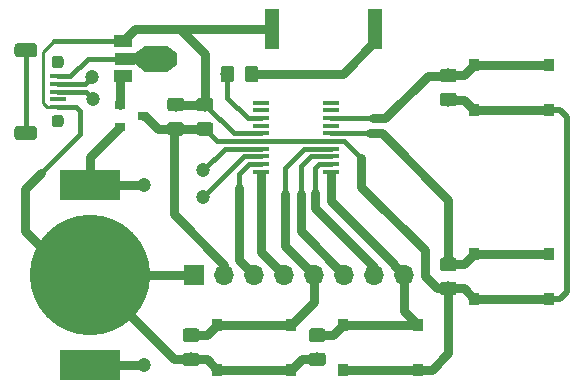
<source format=gbr>
G04 #@! TF.GenerationSoftware,KiCad,Pcbnew,5.0.1*
G04 #@! TF.CreationDate,2019-01-30T23:47:21+01:00*
G04 #@! TF.ProjectId,kroneum,6B726F6E65756D2E6B696361645F7063,rev?*
G04 #@! TF.SameCoordinates,PXa3649d0PY7ed1d20*
G04 #@! TF.FileFunction,Copper,L1,Top,Signal*
G04 #@! TF.FilePolarity,Positive*
%FSLAX46Y46*%
G04 Gerber Fmt 4.6, Leading zero omitted, Abs format (unit mm)*
G04 Created by KiCad (PCBNEW 5.0.1) date Wed 30 Jan 2019 11:47:21 PM CET*
%MOMM*%
%LPD*%
G01*
G04 APERTURE LIST*
G04 #@! TA.AperFunction,Conductor*
%ADD10C,0.100000*%
G04 #@! TD*
G04 #@! TA.AperFunction,ComponentPad*
%ADD11C,1.000000*%
G04 #@! TD*
G04 #@! TA.AperFunction,SMDPad,CuDef*
%ADD12R,1.350000X0.400000*%
G04 #@! TD*
G04 #@! TA.AperFunction,ComponentPad*
%ADD13C,1.200000*%
G04 #@! TD*
G04 #@! TA.AperFunction,SMDPad,CuDef*
%ADD14C,0.850000*%
G04 #@! TD*
G04 #@! TA.AperFunction,SMDPad,CuDef*
%ADD15R,1.500000X1.000000*%
G04 #@! TD*
G04 #@! TA.AperFunction,SMDPad,CuDef*
%ADD16R,1.800000X1.000000*%
G04 #@! TD*
G04 #@! TA.AperFunction,SMDPad,CuDef*
%ADD17R,1.840000X2.200000*%
G04 #@! TD*
G04 #@! TA.AperFunction,SMDPad,CuDef*
%ADD18C,1.000000*%
G04 #@! TD*
G04 #@! TA.AperFunction,SMDPad,CuDef*
%ADD19R,0.850000X1.000000*%
G04 #@! TD*
G04 #@! TA.AperFunction,SMDPad,CuDef*
%ADD20C,1.150000*%
G04 #@! TD*
G04 #@! TA.AperFunction,SMDPad,CuDef*
%ADD21R,0.900000X0.800000*%
G04 #@! TD*
G04 #@! TA.AperFunction,SMDPad,CuDef*
%ADD22R,1.300000X3.400000*%
G04 #@! TD*
G04 #@! TA.AperFunction,SMDPad,CuDef*
%ADD23R,5.100000X2.500000*%
G04 #@! TD*
G04 #@! TA.AperFunction,BGAPad,CuDef*
%ADD24C,10.200000*%
G04 #@! TD*
G04 #@! TA.AperFunction,ComponentPad*
%ADD25R,1.700000X1.700000*%
G04 #@! TD*
G04 #@! TA.AperFunction,ComponentPad*
%ADD26O,1.700000X1.700000*%
G04 #@! TD*
G04 #@! TA.AperFunction,SMDPad,CuDef*
%ADD27R,1.450000X0.400000*%
G04 #@! TD*
G04 #@! TA.AperFunction,ViaPad*
%ADD28C,1.200000*%
G04 #@! TD*
G04 #@! TA.AperFunction,Conductor*
%ADD29C,0.406400*%
G04 #@! TD*
G04 #@! TA.AperFunction,Conductor*
%ADD30C,0.250000*%
G04 #@! TD*
G04 #@! TA.AperFunction,Conductor*
%ADD31C,0.762000*%
G04 #@! TD*
G04 #@! TA.AperFunction,Conductor*
%ADD32C,0.400000*%
G04 #@! TD*
G04 #@! TA.AperFunction,Conductor*
%ADD33C,0.508000*%
G04 #@! TD*
G04 APERTURE END LIST*
D10*
G04 #@! TO.N,*
G04 #@! TO.C,J1*
G36*
X-45142996Y30628796D02*
X-45118727Y30625196D01*
X-45094929Y30619235D01*
X-45071829Y30610970D01*
X-45049651Y30600480D01*
X-45028607Y30587867D01*
X-45008902Y30573253D01*
X-44990723Y30556777D01*
X-44974247Y30538598D01*
X-44959633Y30518893D01*
X-44947020Y30497849D01*
X-44936530Y30475671D01*
X-44928265Y30452571D01*
X-44922304Y30428773D01*
X-44918704Y30404504D01*
X-44917500Y30380000D01*
X-44917500Y29880000D01*
X-44918704Y29855496D01*
X-44922304Y29831227D01*
X-44928265Y29807429D01*
X-44936530Y29784329D01*
X-44947020Y29762151D01*
X-44959633Y29741107D01*
X-44974247Y29721402D01*
X-44990723Y29703223D01*
X-45008902Y29686747D01*
X-45028607Y29672133D01*
X-45049651Y29659520D01*
X-45071829Y29649030D01*
X-45094929Y29640765D01*
X-45118727Y29634804D01*
X-45142996Y29631204D01*
X-45167500Y29630000D01*
X-45667500Y29630000D01*
X-45692004Y29631204D01*
X-45716273Y29634804D01*
X-45740071Y29640765D01*
X-45763171Y29649030D01*
X-45785349Y29659520D01*
X-45806393Y29672133D01*
X-45826098Y29686747D01*
X-45844277Y29703223D01*
X-45860753Y29721402D01*
X-45875367Y29741107D01*
X-45887980Y29762151D01*
X-45898470Y29784329D01*
X-45906735Y29807429D01*
X-45912696Y29831227D01*
X-45916296Y29855496D01*
X-45917500Y29880000D01*
X-45917500Y30380000D01*
X-45916296Y30404504D01*
X-45912696Y30428773D01*
X-45906735Y30452571D01*
X-45898470Y30475671D01*
X-45887980Y30497849D01*
X-45875367Y30518893D01*
X-45860753Y30538598D01*
X-45844277Y30556777D01*
X-45826098Y30573253D01*
X-45806393Y30587867D01*
X-45785349Y30600480D01*
X-45763171Y30610970D01*
X-45740071Y30619235D01*
X-45716273Y30625196D01*
X-45692004Y30628796D01*
X-45667500Y30630000D01*
X-45167500Y30630000D01*
X-45142996Y30628796D01*
X-45142996Y30628796D01*
G37*
D11*
G04 #@! TD*
G04 #@! TO.P,J1,*
G04 #@! TO.N,*
X-45417500Y30130000D03*
D12*
G04 #@! TO.P,J1,2*
G04 #@! TO.N,USB_D-*
X-45417500Y28280000D03*
G04 #@! TO.P,J1,1*
G04 #@! TO.N,USB_VBUS*
X-45417500Y28930000D03*
G04 #@! TO.P,J1,5*
G04 #@! TO.N,GND*
X-45417500Y26330000D03*
G04 #@! TO.P,J1,4*
G04 #@! TO.N,Net-(J1-Pad4)*
X-45417500Y26980000D03*
G04 #@! TO.P,J1,3*
G04 #@! TO.N,USB_D+*
X-45417500Y27630000D03*
D10*
G04 #@! TD*
G04 #@! TO.N,*
G04 #@! TO.C,J1*
G36*
X-45142996Y25628796D02*
X-45118727Y25625196D01*
X-45094929Y25619235D01*
X-45071829Y25610970D01*
X-45049651Y25600480D01*
X-45028607Y25587867D01*
X-45008902Y25573253D01*
X-44990723Y25556777D01*
X-44974247Y25538598D01*
X-44959633Y25518893D01*
X-44947020Y25497849D01*
X-44936530Y25475671D01*
X-44928265Y25452571D01*
X-44922304Y25428773D01*
X-44918704Y25404504D01*
X-44917500Y25380000D01*
X-44917500Y24880000D01*
X-44918704Y24855496D01*
X-44922304Y24831227D01*
X-44928265Y24807429D01*
X-44936530Y24784329D01*
X-44947020Y24762151D01*
X-44959633Y24741107D01*
X-44974247Y24721402D01*
X-44990723Y24703223D01*
X-45008902Y24686747D01*
X-45028607Y24672133D01*
X-45049651Y24659520D01*
X-45071829Y24649030D01*
X-45094929Y24640765D01*
X-45118727Y24634804D01*
X-45142996Y24631204D01*
X-45167500Y24630000D01*
X-45667500Y24630000D01*
X-45692004Y24631204D01*
X-45716273Y24634804D01*
X-45740071Y24640765D01*
X-45763171Y24649030D01*
X-45785349Y24659520D01*
X-45806393Y24672133D01*
X-45826098Y24686747D01*
X-45844277Y24703223D01*
X-45860753Y24721402D01*
X-45875367Y24741107D01*
X-45887980Y24762151D01*
X-45898470Y24784329D01*
X-45906735Y24807429D01*
X-45912696Y24831227D01*
X-45916296Y24855496D01*
X-45917500Y24880000D01*
X-45917500Y25380000D01*
X-45916296Y25404504D01*
X-45912696Y25428773D01*
X-45906735Y25452571D01*
X-45898470Y25475671D01*
X-45887980Y25497849D01*
X-45875367Y25518893D01*
X-45860753Y25538598D01*
X-45844277Y25556777D01*
X-45826098Y25573253D01*
X-45806393Y25587867D01*
X-45785349Y25600480D01*
X-45763171Y25610970D01*
X-45740071Y25619235D01*
X-45716273Y25625196D01*
X-45692004Y25628796D01*
X-45667500Y25630000D01*
X-45167500Y25630000D01*
X-45142996Y25628796D01*
X-45142996Y25628796D01*
G37*
D11*
G04 #@! TO.P,J1,*
G04 #@! TO.N,*
X-45417500Y25130000D03*
D10*
G04 #@! TD*
G04 #@! TO.N,Net-(J1-Pad6)*
G04 #@! TO.C,J1*
G36*
X-47438095Y31728555D02*
X-47408973Y31724236D01*
X-47380415Y31717082D01*
X-47352695Y31707164D01*
X-47326081Y31694576D01*
X-47300829Y31679441D01*
X-47277182Y31661903D01*
X-47255368Y31642132D01*
X-47235597Y31620318D01*
X-47218059Y31596671D01*
X-47202924Y31571419D01*
X-47190336Y31544805D01*
X-47180418Y31517085D01*
X-47173264Y31488527D01*
X-47168945Y31459405D01*
X-47167500Y31430000D01*
X-47167500Y30830000D01*
X-47168945Y30800595D01*
X-47173264Y30771473D01*
X-47180418Y30742915D01*
X-47190336Y30715195D01*
X-47202924Y30688581D01*
X-47218059Y30663329D01*
X-47235597Y30639682D01*
X-47255368Y30617868D01*
X-47277182Y30598097D01*
X-47300829Y30580559D01*
X-47326081Y30565424D01*
X-47352695Y30552836D01*
X-47380415Y30542918D01*
X-47408973Y30535764D01*
X-47438095Y30531445D01*
X-47467500Y30530000D01*
X-48767500Y30530000D01*
X-48796905Y30531445D01*
X-48826027Y30535764D01*
X-48854585Y30542918D01*
X-48882305Y30552836D01*
X-48908919Y30565424D01*
X-48934171Y30580559D01*
X-48957818Y30598097D01*
X-48979632Y30617868D01*
X-48999403Y30639682D01*
X-49016941Y30663329D01*
X-49032076Y30688581D01*
X-49044664Y30715195D01*
X-49054582Y30742915D01*
X-49061736Y30771473D01*
X-49066055Y30800595D01*
X-49067500Y30830000D01*
X-49067500Y31430000D01*
X-49066055Y31459405D01*
X-49061736Y31488527D01*
X-49054582Y31517085D01*
X-49044664Y31544805D01*
X-49032076Y31571419D01*
X-49016941Y31596671D01*
X-48999403Y31620318D01*
X-48979632Y31642132D01*
X-48957818Y31661903D01*
X-48934171Y31679441D01*
X-48908919Y31694576D01*
X-48882305Y31707164D01*
X-48854585Y31717082D01*
X-48826027Y31724236D01*
X-48796905Y31728555D01*
X-48767500Y31730000D01*
X-47467500Y31730000D01*
X-47438095Y31728555D01*
X-47438095Y31728555D01*
G37*
D13*
G04 #@! TO.P,J1,6*
G04 #@! TO.N,Net-(J1-Pad6)*
X-48117500Y31130000D03*
D10*
G04 #@! TD*
G04 #@! TO.N,Net-(J1-Pad6)*
G04 #@! TO.C,J1*
G36*
X-47438095Y24728555D02*
X-47408973Y24724236D01*
X-47380415Y24717082D01*
X-47352695Y24707164D01*
X-47326081Y24694576D01*
X-47300829Y24679441D01*
X-47277182Y24661903D01*
X-47255368Y24642132D01*
X-47235597Y24620318D01*
X-47218059Y24596671D01*
X-47202924Y24571419D01*
X-47190336Y24544805D01*
X-47180418Y24517085D01*
X-47173264Y24488527D01*
X-47168945Y24459405D01*
X-47167500Y24430000D01*
X-47167500Y23830000D01*
X-47168945Y23800595D01*
X-47173264Y23771473D01*
X-47180418Y23742915D01*
X-47190336Y23715195D01*
X-47202924Y23688581D01*
X-47218059Y23663329D01*
X-47235597Y23639682D01*
X-47255368Y23617868D01*
X-47277182Y23598097D01*
X-47300829Y23580559D01*
X-47326081Y23565424D01*
X-47352695Y23552836D01*
X-47380415Y23542918D01*
X-47408973Y23535764D01*
X-47438095Y23531445D01*
X-47467500Y23530000D01*
X-48767500Y23530000D01*
X-48796905Y23531445D01*
X-48826027Y23535764D01*
X-48854585Y23542918D01*
X-48882305Y23552836D01*
X-48908919Y23565424D01*
X-48934171Y23580559D01*
X-48957818Y23598097D01*
X-48979632Y23617868D01*
X-48999403Y23639682D01*
X-49016941Y23663329D01*
X-49032076Y23688581D01*
X-49044664Y23715195D01*
X-49054582Y23742915D01*
X-49061736Y23771473D01*
X-49066055Y23800595D01*
X-49067500Y23830000D01*
X-49067500Y24430000D01*
X-49066055Y24459405D01*
X-49061736Y24488527D01*
X-49054582Y24517085D01*
X-49044664Y24544805D01*
X-49032076Y24571419D01*
X-49016941Y24596671D01*
X-48999403Y24620318D01*
X-48979632Y24642132D01*
X-48957818Y24661903D01*
X-48934171Y24679441D01*
X-48908919Y24694576D01*
X-48882305Y24707164D01*
X-48854585Y24717082D01*
X-48826027Y24724236D01*
X-48796905Y24728555D01*
X-48767500Y24730000D01*
X-47467500Y24730000D01*
X-47438095Y24728555D01*
X-47438095Y24728555D01*
G37*
D13*
G04 #@! TO.P,J1,6*
G04 #@! TO.N,Net-(J1-Pad6)*
X-48117500Y24130000D03*
G04 #@! TD*
D14*
G04 #@! TO.P,L1,2*
G04 #@! TO.N,USB_VBUS*
X-35743000Y30410000D03*
D10*
G04 #@! TD*
G04 #@! TO.N,USB_VBUS*
G04 #@! TO.C,L1*
G36*
X-36168000Y31510000D02*
X-35318000Y30910000D01*
X-35318000Y29910000D01*
X-36168000Y29310000D01*
X-36168000Y31510000D01*
X-36168000Y31510000D01*
G37*
D15*
G04 #@! TO.P,L1,1*
G04 #@! TO.N,GND*
X-39890000Y31910000D03*
D16*
G04 #@! TO.P,L1,2*
G04 #@! TO.N,USB_VBUS*
X-39743500Y30410000D03*
D15*
G04 #@! TO.P,L1,3*
G04 #@! TO.N,Net-(D1-Pad1)*
X-39890000Y28910000D03*
D17*
G04 #@! TO.P,L1,2*
G04 #@! TO.N,USB_VBUS*
X-37076500Y30410000D03*
D18*
X-38486200Y30410000D03*
D10*
G04 #@! TD*
G04 #@! TO.N,USB_VBUS*
G04 #@! TO.C,L1*
G36*
X-37986200Y29310000D02*
X-38986200Y30010000D01*
X-38986200Y30810000D01*
X-37986200Y31510000D01*
X-37986200Y29310000D01*
X-37986200Y29310000D01*
G37*
D19*
G04 #@! TO.P,SW2,1*
G04 #@! TO.N,Ctrl_One*
X-10130000Y13880000D03*
X-3830000Y13880000D03*
G04 #@! TO.P,SW2,2*
G04 #@! TO.N,VDD*
X-10130000Y10080000D03*
X-3830000Y10080000D03*
G04 #@! TD*
D10*
G04 #@! TO.N,GND*
G04 #@! TO.C,C1*
G36*
X-32485495Y27098796D02*
X-32461227Y27095196D01*
X-32437428Y27089235D01*
X-32414329Y27080970D01*
X-32392150Y27070480D01*
X-32371107Y27057868D01*
X-32351401Y27043253D01*
X-32333223Y27026777D01*
X-32316747Y27008599D01*
X-32302132Y26988893D01*
X-32289520Y26967850D01*
X-32279030Y26945671D01*
X-32270765Y26922572D01*
X-32264804Y26898773D01*
X-32261204Y26874505D01*
X-32260000Y26850001D01*
X-32260000Y26199999D01*
X-32261204Y26175495D01*
X-32264804Y26151227D01*
X-32270765Y26127428D01*
X-32279030Y26104329D01*
X-32289520Y26082150D01*
X-32302132Y26061107D01*
X-32316747Y26041401D01*
X-32333223Y26023223D01*
X-32351401Y26006747D01*
X-32371107Y25992132D01*
X-32392150Y25979520D01*
X-32414329Y25969030D01*
X-32437428Y25960765D01*
X-32461227Y25954804D01*
X-32485495Y25951204D01*
X-32509999Y25950000D01*
X-33410001Y25950000D01*
X-33434505Y25951204D01*
X-33458773Y25954804D01*
X-33482572Y25960765D01*
X-33505671Y25969030D01*
X-33527850Y25979520D01*
X-33548893Y25992132D01*
X-33568599Y26006747D01*
X-33586777Y26023223D01*
X-33603253Y26041401D01*
X-33617868Y26061107D01*
X-33630480Y26082150D01*
X-33640970Y26104329D01*
X-33649235Y26127428D01*
X-33655196Y26151227D01*
X-33658796Y26175495D01*
X-33660000Y26199999D01*
X-33660000Y26850001D01*
X-33658796Y26874505D01*
X-33655196Y26898773D01*
X-33649235Y26922572D01*
X-33640970Y26945671D01*
X-33630480Y26967850D01*
X-33617868Y26988893D01*
X-33603253Y27008599D01*
X-33586777Y27026777D01*
X-33568599Y27043253D01*
X-33548893Y27057868D01*
X-33527850Y27070480D01*
X-33505671Y27080970D01*
X-33482572Y27089235D01*
X-33458773Y27095196D01*
X-33434505Y27098796D01*
X-33410001Y27100000D01*
X-32509999Y27100000D01*
X-32485495Y27098796D01*
X-32485495Y27098796D01*
G37*
D20*
G04 #@! TD*
G04 #@! TO.P,C1,2*
G04 #@! TO.N,GND*
X-32960000Y26525000D03*
D10*
G04 #@! TO.N,VDD*
G04 #@! TO.C,C1*
G36*
X-32485495Y25048796D02*
X-32461227Y25045196D01*
X-32437428Y25039235D01*
X-32414329Y25030970D01*
X-32392150Y25020480D01*
X-32371107Y25007868D01*
X-32351401Y24993253D01*
X-32333223Y24976777D01*
X-32316747Y24958599D01*
X-32302132Y24938893D01*
X-32289520Y24917850D01*
X-32279030Y24895671D01*
X-32270765Y24872572D01*
X-32264804Y24848773D01*
X-32261204Y24824505D01*
X-32260000Y24800001D01*
X-32260000Y24149999D01*
X-32261204Y24125495D01*
X-32264804Y24101227D01*
X-32270765Y24077428D01*
X-32279030Y24054329D01*
X-32289520Y24032150D01*
X-32302132Y24011107D01*
X-32316747Y23991401D01*
X-32333223Y23973223D01*
X-32351401Y23956747D01*
X-32371107Y23942132D01*
X-32392150Y23929520D01*
X-32414329Y23919030D01*
X-32437428Y23910765D01*
X-32461227Y23904804D01*
X-32485495Y23901204D01*
X-32509999Y23900000D01*
X-33410001Y23900000D01*
X-33434505Y23901204D01*
X-33458773Y23904804D01*
X-33482572Y23910765D01*
X-33505671Y23919030D01*
X-33527850Y23929520D01*
X-33548893Y23942132D01*
X-33568599Y23956747D01*
X-33586777Y23973223D01*
X-33603253Y23991401D01*
X-33617868Y24011107D01*
X-33630480Y24032150D01*
X-33640970Y24054329D01*
X-33649235Y24077428D01*
X-33655196Y24101227D01*
X-33658796Y24125495D01*
X-33660000Y24149999D01*
X-33660000Y24800001D01*
X-33658796Y24824505D01*
X-33655196Y24848773D01*
X-33649235Y24872572D01*
X-33640970Y24895671D01*
X-33630480Y24917850D01*
X-33617868Y24938893D01*
X-33603253Y24958599D01*
X-33586777Y24976777D01*
X-33568599Y24993253D01*
X-33548893Y25007868D01*
X-33527850Y25020480D01*
X-33505671Y25030970D01*
X-33482572Y25039235D01*
X-33458773Y25045196D01*
X-33434505Y25048796D01*
X-33410001Y25050000D01*
X-32509999Y25050000D01*
X-32485495Y25048796D01*
X-32485495Y25048796D01*
G37*
D20*
G04 #@! TD*
G04 #@! TO.P,C1,1*
G04 #@! TO.N,VDD*
X-32960000Y24475000D03*
D10*
G04 #@! TO.N,VDD*
G04 #@! TO.C,C3*
G36*
X-34945495Y25048796D02*
X-34921227Y25045196D01*
X-34897428Y25039235D01*
X-34874329Y25030970D01*
X-34852150Y25020480D01*
X-34831107Y25007868D01*
X-34811401Y24993253D01*
X-34793223Y24976777D01*
X-34776747Y24958599D01*
X-34762132Y24938893D01*
X-34749520Y24917850D01*
X-34739030Y24895671D01*
X-34730765Y24872572D01*
X-34724804Y24848773D01*
X-34721204Y24824505D01*
X-34720000Y24800001D01*
X-34720000Y24149999D01*
X-34721204Y24125495D01*
X-34724804Y24101227D01*
X-34730765Y24077428D01*
X-34739030Y24054329D01*
X-34749520Y24032150D01*
X-34762132Y24011107D01*
X-34776747Y23991401D01*
X-34793223Y23973223D01*
X-34811401Y23956747D01*
X-34831107Y23942132D01*
X-34852150Y23929520D01*
X-34874329Y23919030D01*
X-34897428Y23910765D01*
X-34921227Y23904804D01*
X-34945495Y23901204D01*
X-34969999Y23900000D01*
X-35870001Y23900000D01*
X-35894505Y23901204D01*
X-35918773Y23904804D01*
X-35942572Y23910765D01*
X-35965671Y23919030D01*
X-35987850Y23929520D01*
X-36008893Y23942132D01*
X-36028599Y23956747D01*
X-36046777Y23973223D01*
X-36063253Y23991401D01*
X-36077868Y24011107D01*
X-36090480Y24032150D01*
X-36100970Y24054329D01*
X-36109235Y24077428D01*
X-36115196Y24101227D01*
X-36118796Y24125495D01*
X-36120000Y24149999D01*
X-36120000Y24800001D01*
X-36118796Y24824505D01*
X-36115196Y24848773D01*
X-36109235Y24872572D01*
X-36100970Y24895671D01*
X-36090480Y24917850D01*
X-36077868Y24938893D01*
X-36063253Y24958599D01*
X-36046777Y24976777D01*
X-36028599Y24993253D01*
X-36008893Y25007868D01*
X-35987850Y25020480D01*
X-35965671Y25030970D01*
X-35942572Y25039235D01*
X-35918773Y25045196D01*
X-35894505Y25048796D01*
X-35870001Y25050000D01*
X-34969999Y25050000D01*
X-34945495Y25048796D01*
X-34945495Y25048796D01*
G37*
D20*
G04 #@! TD*
G04 #@! TO.P,C3,1*
G04 #@! TO.N,VDD*
X-35420000Y24475000D03*
D10*
G04 #@! TO.N,GND*
G04 #@! TO.C,C3*
G36*
X-34945495Y27098796D02*
X-34921227Y27095196D01*
X-34897428Y27089235D01*
X-34874329Y27080970D01*
X-34852150Y27070480D01*
X-34831107Y27057868D01*
X-34811401Y27043253D01*
X-34793223Y27026777D01*
X-34776747Y27008599D01*
X-34762132Y26988893D01*
X-34749520Y26967850D01*
X-34739030Y26945671D01*
X-34730765Y26922572D01*
X-34724804Y26898773D01*
X-34721204Y26874505D01*
X-34720000Y26850001D01*
X-34720000Y26199999D01*
X-34721204Y26175495D01*
X-34724804Y26151227D01*
X-34730765Y26127428D01*
X-34739030Y26104329D01*
X-34749520Y26082150D01*
X-34762132Y26061107D01*
X-34776747Y26041401D01*
X-34793223Y26023223D01*
X-34811401Y26006747D01*
X-34831107Y25992132D01*
X-34852150Y25979520D01*
X-34874329Y25969030D01*
X-34897428Y25960765D01*
X-34921227Y25954804D01*
X-34945495Y25951204D01*
X-34969999Y25950000D01*
X-35870001Y25950000D01*
X-35894505Y25951204D01*
X-35918773Y25954804D01*
X-35942572Y25960765D01*
X-35965671Y25969030D01*
X-35987850Y25979520D01*
X-36008893Y25992132D01*
X-36028599Y26006747D01*
X-36046777Y26023223D01*
X-36063253Y26041401D01*
X-36077868Y26061107D01*
X-36090480Y26082150D01*
X-36100970Y26104329D01*
X-36109235Y26127428D01*
X-36115196Y26151227D01*
X-36118796Y26175495D01*
X-36120000Y26199999D01*
X-36120000Y26850001D01*
X-36118796Y26874505D01*
X-36115196Y26898773D01*
X-36109235Y26922572D01*
X-36100970Y26945671D01*
X-36090480Y26967850D01*
X-36077868Y26988893D01*
X-36063253Y27008599D01*
X-36046777Y27026777D01*
X-36028599Y27043253D01*
X-36008893Y27057868D01*
X-35987850Y27070480D01*
X-35965671Y27080970D01*
X-35942572Y27089235D01*
X-35918773Y27095196D01*
X-35894505Y27098796D01*
X-35870001Y27100000D01*
X-34969999Y27100000D01*
X-34945495Y27098796D01*
X-34945495Y27098796D01*
G37*
D20*
G04 #@! TD*
G04 #@! TO.P,C3,2*
G04 #@! TO.N,GND*
X-35420000Y26525000D03*
D10*
G04 #@! TO.N,NRST*
G04 #@! TO.C,C7*
G36*
X-33655495Y7578796D02*
X-33631227Y7575196D01*
X-33607428Y7569235D01*
X-33584329Y7560970D01*
X-33562150Y7550480D01*
X-33541107Y7537868D01*
X-33521401Y7523253D01*
X-33503223Y7506777D01*
X-33486747Y7488599D01*
X-33472132Y7468893D01*
X-33459520Y7447850D01*
X-33449030Y7425671D01*
X-33440765Y7402572D01*
X-33434804Y7378773D01*
X-33431204Y7354505D01*
X-33430000Y7330001D01*
X-33430000Y6679999D01*
X-33431204Y6655495D01*
X-33434804Y6631227D01*
X-33440765Y6607428D01*
X-33449030Y6584329D01*
X-33459520Y6562150D01*
X-33472132Y6541107D01*
X-33486747Y6521401D01*
X-33503223Y6503223D01*
X-33521401Y6486747D01*
X-33541107Y6472132D01*
X-33562150Y6459520D01*
X-33584329Y6449030D01*
X-33607428Y6440765D01*
X-33631227Y6434804D01*
X-33655495Y6431204D01*
X-33679999Y6430000D01*
X-34580001Y6430000D01*
X-34604505Y6431204D01*
X-34628773Y6434804D01*
X-34652572Y6440765D01*
X-34675671Y6449030D01*
X-34697850Y6459520D01*
X-34718893Y6472132D01*
X-34738599Y6486747D01*
X-34756777Y6503223D01*
X-34773253Y6521401D01*
X-34787868Y6541107D01*
X-34800480Y6562150D01*
X-34810970Y6584329D01*
X-34819235Y6607428D01*
X-34825196Y6631227D01*
X-34828796Y6655495D01*
X-34830000Y6679999D01*
X-34830000Y7330001D01*
X-34828796Y7354505D01*
X-34825196Y7378773D01*
X-34819235Y7402572D01*
X-34810970Y7425671D01*
X-34800480Y7447850D01*
X-34787868Y7468893D01*
X-34773253Y7488599D01*
X-34756777Y7506777D01*
X-34738599Y7523253D01*
X-34718893Y7537868D01*
X-34697850Y7550480D01*
X-34675671Y7560970D01*
X-34652572Y7569235D01*
X-34628773Y7575196D01*
X-34604505Y7578796D01*
X-34580001Y7580000D01*
X-33679999Y7580000D01*
X-33655495Y7578796D01*
X-33655495Y7578796D01*
G37*
D20*
G04 #@! TD*
G04 #@! TO.P,C7,1*
G04 #@! TO.N,NRST*
X-34130000Y7005000D03*
D10*
G04 #@! TO.N,GND*
G04 #@! TO.C,C7*
G36*
X-33655495Y5528796D02*
X-33631227Y5525196D01*
X-33607428Y5519235D01*
X-33584329Y5510970D01*
X-33562150Y5500480D01*
X-33541107Y5487868D01*
X-33521401Y5473253D01*
X-33503223Y5456777D01*
X-33486747Y5438599D01*
X-33472132Y5418893D01*
X-33459520Y5397850D01*
X-33449030Y5375671D01*
X-33440765Y5352572D01*
X-33434804Y5328773D01*
X-33431204Y5304505D01*
X-33430000Y5280001D01*
X-33430000Y4629999D01*
X-33431204Y4605495D01*
X-33434804Y4581227D01*
X-33440765Y4557428D01*
X-33449030Y4534329D01*
X-33459520Y4512150D01*
X-33472132Y4491107D01*
X-33486747Y4471401D01*
X-33503223Y4453223D01*
X-33521401Y4436747D01*
X-33541107Y4422132D01*
X-33562150Y4409520D01*
X-33584329Y4399030D01*
X-33607428Y4390765D01*
X-33631227Y4384804D01*
X-33655495Y4381204D01*
X-33679999Y4380000D01*
X-34580001Y4380000D01*
X-34604505Y4381204D01*
X-34628773Y4384804D01*
X-34652572Y4390765D01*
X-34675671Y4399030D01*
X-34697850Y4409520D01*
X-34718893Y4422132D01*
X-34738599Y4436747D01*
X-34756777Y4453223D01*
X-34773253Y4471401D01*
X-34787868Y4491107D01*
X-34800480Y4512150D01*
X-34810970Y4534329D01*
X-34819235Y4557428D01*
X-34825196Y4581227D01*
X-34828796Y4605495D01*
X-34830000Y4629999D01*
X-34830000Y5280001D01*
X-34828796Y5304505D01*
X-34825196Y5328773D01*
X-34819235Y5352572D01*
X-34810970Y5375671D01*
X-34800480Y5397850D01*
X-34787868Y5418893D01*
X-34773253Y5438599D01*
X-34756777Y5456777D01*
X-34738599Y5473253D01*
X-34718893Y5487868D01*
X-34697850Y5500480D01*
X-34675671Y5510970D01*
X-34652572Y5519235D01*
X-34628773Y5525196D01*
X-34604505Y5528796D01*
X-34580001Y5530000D01*
X-33679999Y5530000D01*
X-33655495Y5528796D01*
X-33655495Y5528796D01*
G37*
D20*
G04 #@! TD*
G04 #@! TO.P,C7,2*
G04 #@! TO.N,GND*
X-34130000Y4955000D03*
D10*
G04 #@! TO.N,VDD*
G04 #@! TO.C,C8*
G36*
X-11855495Y11528796D02*
X-11831227Y11525196D01*
X-11807428Y11519235D01*
X-11784329Y11510970D01*
X-11762150Y11500480D01*
X-11741107Y11487868D01*
X-11721401Y11473253D01*
X-11703223Y11456777D01*
X-11686747Y11438599D01*
X-11672132Y11418893D01*
X-11659520Y11397850D01*
X-11649030Y11375671D01*
X-11640765Y11352572D01*
X-11634804Y11328773D01*
X-11631204Y11304505D01*
X-11630000Y11280001D01*
X-11630000Y10629999D01*
X-11631204Y10605495D01*
X-11634804Y10581227D01*
X-11640765Y10557428D01*
X-11649030Y10534329D01*
X-11659520Y10512150D01*
X-11672132Y10491107D01*
X-11686747Y10471401D01*
X-11703223Y10453223D01*
X-11721401Y10436747D01*
X-11741107Y10422132D01*
X-11762150Y10409520D01*
X-11784329Y10399030D01*
X-11807428Y10390765D01*
X-11831227Y10384804D01*
X-11855495Y10381204D01*
X-11879999Y10380000D01*
X-12780001Y10380000D01*
X-12804505Y10381204D01*
X-12828773Y10384804D01*
X-12852572Y10390765D01*
X-12875671Y10399030D01*
X-12897850Y10409520D01*
X-12918893Y10422132D01*
X-12938599Y10436747D01*
X-12956777Y10453223D01*
X-12973253Y10471401D01*
X-12987868Y10491107D01*
X-13000480Y10512150D01*
X-13010970Y10534329D01*
X-13019235Y10557428D01*
X-13025196Y10581227D01*
X-13028796Y10605495D01*
X-13030000Y10629999D01*
X-13030000Y11280001D01*
X-13028796Y11304505D01*
X-13025196Y11328773D01*
X-13019235Y11352572D01*
X-13010970Y11375671D01*
X-13000480Y11397850D01*
X-12987868Y11418893D01*
X-12973253Y11438599D01*
X-12956777Y11456777D01*
X-12938599Y11473253D01*
X-12918893Y11487868D01*
X-12897850Y11500480D01*
X-12875671Y11510970D01*
X-12852572Y11519235D01*
X-12828773Y11525196D01*
X-12804505Y11528796D01*
X-12780001Y11530000D01*
X-11879999Y11530000D01*
X-11855495Y11528796D01*
X-11855495Y11528796D01*
G37*
D20*
G04 #@! TD*
G04 #@! TO.P,C8,1*
G04 #@! TO.N,VDD*
X-12330000Y10955000D03*
D10*
G04 #@! TO.N,Ctrl_One*
G04 #@! TO.C,C8*
G36*
X-11855495Y13578796D02*
X-11831227Y13575196D01*
X-11807428Y13569235D01*
X-11784329Y13560970D01*
X-11762150Y13550480D01*
X-11741107Y13537868D01*
X-11721401Y13523253D01*
X-11703223Y13506777D01*
X-11686747Y13488599D01*
X-11672132Y13468893D01*
X-11659520Y13447850D01*
X-11649030Y13425671D01*
X-11640765Y13402572D01*
X-11634804Y13378773D01*
X-11631204Y13354505D01*
X-11630000Y13330001D01*
X-11630000Y12679999D01*
X-11631204Y12655495D01*
X-11634804Y12631227D01*
X-11640765Y12607428D01*
X-11649030Y12584329D01*
X-11659520Y12562150D01*
X-11672132Y12541107D01*
X-11686747Y12521401D01*
X-11703223Y12503223D01*
X-11721401Y12486747D01*
X-11741107Y12472132D01*
X-11762150Y12459520D01*
X-11784329Y12449030D01*
X-11807428Y12440765D01*
X-11831227Y12434804D01*
X-11855495Y12431204D01*
X-11879999Y12430000D01*
X-12780001Y12430000D01*
X-12804505Y12431204D01*
X-12828773Y12434804D01*
X-12852572Y12440765D01*
X-12875671Y12449030D01*
X-12897850Y12459520D01*
X-12918893Y12472132D01*
X-12938599Y12486747D01*
X-12956777Y12503223D01*
X-12973253Y12521401D01*
X-12987868Y12541107D01*
X-13000480Y12562150D01*
X-13010970Y12584329D01*
X-13019235Y12607428D01*
X-13025196Y12631227D01*
X-13028796Y12655495D01*
X-13030000Y12679999D01*
X-13030000Y13330001D01*
X-13028796Y13354505D01*
X-13025196Y13378773D01*
X-13019235Y13402572D01*
X-13010970Y13425671D01*
X-13000480Y13447850D01*
X-12987868Y13468893D01*
X-12973253Y13488599D01*
X-12956777Y13506777D01*
X-12938599Y13523253D01*
X-12918893Y13537868D01*
X-12897850Y13550480D01*
X-12875671Y13560970D01*
X-12852572Y13569235D01*
X-12828773Y13575196D01*
X-12804505Y13578796D01*
X-12780001Y13580000D01*
X-11879999Y13580000D01*
X-11855495Y13578796D01*
X-11855495Y13578796D01*
G37*
D20*
G04 #@! TD*
G04 #@! TO.P,C8,2*
G04 #@! TO.N,Ctrl_One*
X-12330000Y13005000D03*
D10*
G04 #@! TO.N,Ctrl_Ten*
G04 #@! TO.C,C9*
G36*
X-11855495Y29578796D02*
X-11831227Y29575196D01*
X-11807428Y29569235D01*
X-11784329Y29560970D01*
X-11762150Y29550480D01*
X-11741107Y29537868D01*
X-11721401Y29523253D01*
X-11703223Y29506777D01*
X-11686747Y29488599D01*
X-11672132Y29468893D01*
X-11659520Y29447850D01*
X-11649030Y29425671D01*
X-11640765Y29402572D01*
X-11634804Y29378773D01*
X-11631204Y29354505D01*
X-11630000Y29330001D01*
X-11630000Y28679999D01*
X-11631204Y28655495D01*
X-11634804Y28631227D01*
X-11640765Y28607428D01*
X-11649030Y28584329D01*
X-11659520Y28562150D01*
X-11672132Y28541107D01*
X-11686747Y28521401D01*
X-11703223Y28503223D01*
X-11721401Y28486747D01*
X-11741107Y28472132D01*
X-11762150Y28459520D01*
X-11784329Y28449030D01*
X-11807428Y28440765D01*
X-11831227Y28434804D01*
X-11855495Y28431204D01*
X-11879999Y28430000D01*
X-12780001Y28430000D01*
X-12804505Y28431204D01*
X-12828773Y28434804D01*
X-12852572Y28440765D01*
X-12875671Y28449030D01*
X-12897850Y28459520D01*
X-12918893Y28472132D01*
X-12938599Y28486747D01*
X-12956777Y28503223D01*
X-12973253Y28521401D01*
X-12987868Y28541107D01*
X-13000480Y28562150D01*
X-13010970Y28584329D01*
X-13019235Y28607428D01*
X-13025196Y28631227D01*
X-13028796Y28655495D01*
X-13030000Y28679999D01*
X-13030000Y29330001D01*
X-13028796Y29354505D01*
X-13025196Y29378773D01*
X-13019235Y29402572D01*
X-13010970Y29425671D01*
X-13000480Y29447850D01*
X-12987868Y29468893D01*
X-12973253Y29488599D01*
X-12956777Y29506777D01*
X-12938599Y29523253D01*
X-12918893Y29537868D01*
X-12897850Y29550480D01*
X-12875671Y29560970D01*
X-12852572Y29569235D01*
X-12828773Y29575196D01*
X-12804505Y29578796D01*
X-12780001Y29580000D01*
X-11879999Y29580000D01*
X-11855495Y29578796D01*
X-11855495Y29578796D01*
G37*
D20*
G04 #@! TD*
G04 #@! TO.P,C9,2*
G04 #@! TO.N,Ctrl_Ten*
X-12330000Y29005000D03*
D10*
G04 #@! TO.N,VDD*
G04 #@! TO.C,C9*
G36*
X-11855495Y27528796D02*
X-11831227Y27525196D01*
X-11807428Y27519235D01*
X-11784329Y27510970D01*
X-11762150Y27500480D01*
X-11741107Y27487868D01*
X-11721401Y27473253D01*
X-11703223Y27456777D01*
X-11686747Y27438599D01*
X-11672132Y27418893D01*
X-11659520Y27397850D01*
X-11649030Y27375671D01*
X-11640765Y27352572D01*
X-11634804Y27328773D01*
X-11631204Y27304505D01*
X-11630000Y27280001D01*
X-11630000Y26629999D01*
X-11631204Y26605495D01*
X-11634804Y26581227D01*
X-11640765Y26557428D01*
X-11649030Y26534329D01*
X-11659520Y26512150D01*
X-11672132Y26491107D01*
X-11686747Y26471401D01*
X-11703223Y26453223D01*
X-11721401Y26436747D01*
X-11741107Y26422132D01*
X-11762150Y26409520D01*
X-11784329Y26399030D01*
X-11807428Y26390765D01*
X-11831227Y26384804D01*
X-11855495Y26381204D01*
X-11879999Y26380000D01*
X-12780001Y26380000D01*
X-12804505Y26381204D01*
X-12828773Y26384804D01*
X-12852572Y26390765D01*
X-12875671Y26399030D01*
X-12897850Y26409520D01*
X-12918893Y26422132D01*
X-12938599Y26436747D01*
X-12956777Y26453223D01*
X-12973253Y26471401D01*
X-12987868Y26491107D01*
X-13000480Y26512150D01*
X-13010970Y26534329D01*
X-13019235Y26557428D01*
X-13025196Y26581227D01*
X-13028796Y26605495D01*
X-13030000Y26629999D01*
X-13030000Y27280001D01*
X-13028796Y27304505D01*
X-13025196Y27328773D01*
X-13019235Y27352572D01*
X-13010970Y27375671D01*
X-13000480Y27397850D01*
X-12987868Y27418893D01*
X-12973253Y27438599D01*
X-12956777Y27456777D01*
X-12938599Y27473253D01*
X-12918893Y27487868D01*
X-12897850Y27500480D01*
X-12875671Y27510970D01*
X-12852572Y27519235D01*
X-12828773Y27525196D01*
X-12804505Y27528796D01*
X-12780001Y27530000D01*
X-11879999Y27530000D01*
X-11855495Y27528796D01*
X-11855495Y27528796D01*
G37*
D20*
G04 #@! TD*
G04 #@! TO.P,C9,1*
G04 #@! TO.N,VDD*
X-12330000Y26955000D03*
D10*
G04 #@! TO.N,Buzzer*
G04 #@! TO.C,R1*
G36*
X-30690495Y29818796D02*
X-30666227Y29815196D01*
X-30642428Y29809235D01*
X-30619329Y29800970D01*
X-30597150Y29790480D01*
X-30576107Y29777868D01*
X-30556401Y29763253D01*
X-30538223Y29746777D01*
X-30521747Y29728599D01*
X-30507132Y29708893D01*
X-30494520Y29687850D01*
X-30484030Y29665671D01*
X-30475765Y29642572D01*
X-30469804Y29618773D01*
X-30466204Y29594505D01*
X-30465000Y29570001D01*
X-30465000Y28669999D01*
X-30466204Y28645495D01*
X-30469804Y28621227D01*
X-30475765Y28597428D01*
X-30484030Y28574329D01*
X-30494520Y28552150D01*
X-30507132Y28531107D01*
X-30521747Y28511401D01*
X-30538223Y28493223D01*
X-30556401Y28476747D01*
X-30576107Y28462132D01*
X-30597150Y28449520D01*
X-30619329Y28439030D01*
X-30642428Y28430765D01*
X-30666227Y28424804D01*
X-30690495Y28421204D01*
X-30714999Y28420000D01*
X-31365001Y28420000D01*
X-31389505Y28421204D01*
X-31413773Y28424804D01*
X-31437572Y28430765D01*
X-31460671Y28439030D01*
X-31482850Y28449520D01*
X-31503893Y28462132D01*
X-31523599Y28476747D01*
X-31541777Y28493223D01*
X-31558253Y28511401D01*
X-31572868Y28531107D01*
X-31585480Y28552150D01*
X-31595970Y28574329D01*
X-31604235Y28597428D01*
X-31610196Y28621227D01*
X-31613796Y28645495D01*
X-31615000Y28669999D01*
X-31615000Y29570001D01*
X-31613796Y29594505D01*
X-31610196Y29618773D01*
X-31604235Y29642572D01*
X-31595970Y29665671D01*
X-31585480Y29687850D01*
X-31572868Y29708893D01*
X-31558253Y29728599D01*
X-31541777Y29746777D01*
X-31523599Y29763253D01*
X-31503893Y29777868D01*
X-31482850Y29790480D01*
X-31460671Y29800970D01*
X-31437572Y29809235D01*
X-31413773Y29815196D01*
X-31389505Y29818796D01*
X-31365001Y29820000D01*
X-30714999Y29820000D01*
X-30690495Y29818796D01*
X-30690495Y29818796D01*
G37*
D20*
G04 #@! TD*
G04 #@! TO.P,R1,2*
G04 #@! TO.N,Buzzer*
X-31040000Y29120000D03*
D10*
G04 #@! TO.N,Net-(BZ1-Pad1)*
G04 #@! TO.C,R1*
G36*
X-28640495Y29818796D02*
X-28616227Y29815196D01*
X-28592428Y29809235D01*
X-28569329Y29800970D01*
X-28547150Y29790480D01*
X-28526107Y29777868D01*
X-28506401Y29763253D01*
X-28488223Y29746777D01*
X-28471747Y29728599D01*
X-28457132Y29708893D01*
X-28444520Y29687850D01*
X-28434030Y29665671D01*
X-28425765Y29642572D01*
X-28419804Y29618773D01*
X-28416204Y29594505D01*
X-28415000Y29570001D01*
X-28415000Y28669999D01*
X-28416204Y28645495D01*
X-28419804Y28621227D01*
X-28425765Y28597428D01*
X-28434030Y28574329D01*
X-28444520Y28552150D01*
X-28457132Y28531107D01*
X-28471747Y28511401D01*
X-28488223Y28493223D01*
X-28506401Y28476747D01*
X-28526107Y28462132D01*
X-28547150Y28449520D01*
X-28569329Y28439030D01*
X-28592428Y28430765D01*
X-28616227Y28424804D01*
X-28640495Y28421204D01*
X-28664999Y28420000D01*
X-29315001Y28420000D01*
X-29339505Y28421204D01*
X-29363773Y28424804D01*
X-29387572Y28430765D01*
X-29410671Y28439030D01*
X-29432850Y28449520D01*
X-29453893Y28462132D01*
X-29473599Y28476747D01*
X-29491777Y28493223D01*
X-29508253Y28511401D01*
X-29522868Y28531107D01*
X-29535480Y28552150D01*
X-29545970Y28574329D01*
X-29554235Y28597428D01*
X-29560196Y28621227D01*
X-29563796Y28645495D01*
X-29565000Y28669999D01*
X-29565000Y29570001D01*
X-29563796Y29594505D01*
X-29560196Y29618773D01*
X-29554235Y29642572D01*
X-29545970Y29665671D01*
X-29535480Y29687850D01*
X-29522868Y29708893D01*
X-29508253Y29728599D01*
X-29491777Y29746777D01*
X-29473599Y29763253D01*
X-29453893Y29777868D01*
X-29432850Y29790480D01*
X-29410671Y29800970D01*
X-29387572Y29809235D01*
X-29363773Y29815196D01*
X-29339505Y29818796D01*
X-29315001Y29820000D01*
X-28664999Y29820000D01*
X-28640495Y29818796D01*
X-28640495Y29818796D01*
G37*
D20*
G04 #@! TD*
G04 #@! TO.P,R1,1*
G04 #@! TO.N,Net-(BZ1-Pad1)*
X-28990000Y29120000D03*
D10*
G04 #@! TO.N,BOOT0*
G04 #@! TO.C,R2*
G36*
X-22955495Y7578796D02*
X-22931227Y7575196D01*
X-22907428Y7569235D01*
X-22884329Y7560970D01*
X-22862150Y7550480D01*
X-22841107Y7537868D01*
X-22821401Y7523253D01*
X-22803223Y7506777D01*
X-22786747Y7488599D01*
X-22772132Y7468893D01*
X-22759520Y7447850D01*
X-22749030Y7425671D01*
X-22740765Y7402572D01*
X-22734804Y7378773D01*
X-22731204Y7354505D01*
X-22730000Y7330001D01*
X-22730000Y6679999D01*
X-22731204Y6655495D01*
X-22734804Y6631227D01*
X-22740765Y6607428D01*
X-22749030Y6584329D01*
X-22759520Y6562150D01*
X-22772132Y6541107D01*
X-22786747Y6521401D01*
X-22803223Y6503223D01*
X-22821401Y6486747D01*
X-22841107Y6472132D01*
X-22862150Y6459520D01*
X-22884329Y6449030D01*
X-22907428Y6440765D01*
X-22931227Y6434804D01*
X-22955495Y6431204D01*
X-22979999Y6430000D01*
X-23880001Y6430000D01*
X-23904505Y6431204D01*
X-23928773Y6434804D01*
X-23952572Y6440765D01*
X-23975671Y6449030D01*
X-23997850Y6459520D01*
X-24018893Y6472132D01*
X-24038599Y6486747D01*
X-24056777Y6503223D01*
X-24073253Y6521401D01*
X-24087868Y6541107D01*
X-24100480Y6562150D01*
X-24110970Y6584329D01*
X-24119235Y6607428D01*
X-24125196Y6631227D01*
X-24128796Y6655495D01*
X-24130000Y6679999D01*
X-24130000Y7330001D01*
X-24128796Y7354505D01*
X-24125196Y7378773D01*
X-24119235Y7402572D01*
X-24110970Y7425671D01*
X-24100480Y7447850D01*
X-24087868Y7468893D01*
X-24073253Y7488599D01*
X-24056777Y7506777D01*
X-24038599Y7523253D01*
X-24018893Y7537868D01*
X-23997850Y7550480D01*
X-23975671Y7560970D01*
X-23952572Y7569235D01*
X-23928773Y7575196D01*
X-23904505Y7578796D01*
X-23880001Y7580000D01*
X-22979999Y7580000D01*
X-22955495Y7578796D01*
X-22955495Y7578796D01*
G37*
D20*
G04 #@! TD*
G04 #@! TO.P,R2,1*
G04 #@! TO.N,BOOT0*
X-23430000Y7005000D03*
D10*
G04 #@! TO.N,GND*
G04 #@! TO.C,R2*
G36*
X-22955495Y5528796D02*
X-22931227Y5525196D01*
X-22907428Y5519235D01*
X-22884329Y5510970D01*
X-22862150Y5500480D01*
X-22841107Y5487868D01*
X-22821401Y5473253D01*
X-22803223Y5456777D01*
X-22786747Y5438599D01*
X-22772132Y5418893D01*
X-22759520Y5397850D01*
X-22749030Y5375671D01*
X-22740765Y5352572D01*
X-22734804Y5328773D01*
X-22731204Y5304505D01*
X-22730000Y5280001D01*
X-22730000Y4629999D01*
X-22731204Y4605495D01*
X-22734804Y4581227D01*
X-22740765Y4557428D01*
X-22749030Y4534329D01*
X-22759520Y4512150D01*
X-22772132Y4491107D01*
X-22786747Y4471401D01*
X-22803223Y4453223D01*
X-22821401Y4436747D01*
X-22841107Y4422132D01*
X-22862150Y4409520D01*
X-22884329Y4399030D01*
X-22907428Y4390765D01*
X-22931227Y4384804D01*
X-22955495Y4381204D01*
X-22979999Y4380000D01*
X-23880001Y4380000D01*
X-23904505Y4381204D01*
X-23928773Y4384804D01*
X-23952572Y4390765D01*
X-23975671Y4399030D01*
X-23997850Y4409520D01*
X-24018893Y4422132D01*
X-24038599Y4436747D01*
X-24056777Y4453223D01*
X-24073253Y4471401D01*
X-24087868Y4491107D01*
X-24100480Y4512150D01*
X-24110970Y4534329D01*
X-24119235Y4557428D01*
X-24125196Y4581227D01*
X-24128796Y4605495D01*
X-24130000Y4629999D01*
X-24130000Y5280001D01*
X-24128796Y5304505D01*
X-24125196Y5328773D01*
X-24119235Y5352572D01*
X-24110970Y5375671D01*
X-24100480Y5397850D01*
X-24087868Y5418893D01*
X-24073253Y5438599D01*
X-24056777Y5456777D01*
X-24038599Y5473253D01*
X-24018893Y5487868D01*
X-23997850Y5500480D01*
X-23975671Y5510970D01*
X-23952572Y5519235D01*
X-23928773Y5525196D01*
X-23904505Y5528796D01*
X-23880001Y5530000D01*
X-22979999Y5530000D01*
X-22955495Y5528796D01*
X-22955495Y5528796D01*
G37*
D20*
G04 #@! TD*
G04 #@! TO.P,R2,2*
G04 #@! TO.N,GND*
X-23430000Y4955000D03*
D21*
G04 #@! TO.P,D1,1*
G04 #@! TO.N,Net-(D1-Pad1)*
X-40160000Y26520000D03*
G04 #@! TO.P,D1,2*
G04 #@! TO.N,Net-(BT1-Pad1)*
X-40160000Y24620000D03*
G04 #@! TO.P,D1,3*
G04 #@! TO.N,VDD*
X-38160000Y25570000D03*
G04 #@! TD*
D22*
G04 #@! TO.P,BZ1,1*
G04 #@! TO.N,Net-(BZ1-Pad1)*
X-18530000Y32920000D03*
G04 #@! TO.P,BZ1,2*
G04 #@! TO.N,GND*
X-27230000Y32920000D03*
G04 #@! TD*
D19*
G04 #@! TO.P,SW3,1*
G04 #@! TO.N,NRST*
X-31930000Y7880000D03*
X-25630000Y7880000D03*
G04 #@! TO.P,SW3,2*
G04 #@! TO.N,GND*
X-31930000Y4080000D03*
X-25630000Y4080000D03*
G04 #@! TD*
G04 #@! TO.P,SW4,2*
G04 #@! TO.N,VDD*
X-3830000Y26080000D03*
X-10130000Y26080000D03*
G04 #@! TO.P,SW4,1*
G04 #@! TO.N,Ctrl_Ten*
X-3830000Y29880000D03*
X-10130000Y29880000D03*
G04 #@! TD*
D23*
G04 #@! TO.P,BT1,1*
G04 #@! TO.N,Net-(BT1-Pad1)*
X-42660000Y19680000D03*
X-42660000Y4480000D03*
D24*
G04 #@! TO.P,BT1,2*
G04 #@! TO.N,GND*
X-42660000Y12080000D03*
G04 #@! TD*
D19*
G04 #@! TO.P,SW1,1*
G04 #@! TO.N,BOOT0*
X-21230000Y7880000D03*
X-14930000Y7880000D03*
G04 #@! TO.P,SW1,2*
G04 #@! TO.N,VDD*
X-21230000Y4080000D03*
X-14930000Y4080000D03*
G04 #@! TD*
D25*
G04 #@! TO.P,J2,1*
G04 #@! TO.N,GND*
X-33850000Y12110000D03*
D26*
G04 #@! TO.P,J2,2*
G04 #@! TO.N,VDD*
X-31310000Y12110000D03*
G04 #@! TO.P,J2,3*
G04 #@! TO.N,SWDIO*
X-28770000Y12110000D03*
G04 #@! TO.P,J2,4*
G04 #@! TO.N,SWCLK*
X-26230000Y12110000D03*
G04 #@! TO.P,J2,5*
G04 #@! TO.N,NRST*
X-23690000Y12110000D03*
G04 #@! TO.P,J2,6*
G04 #@! TO.N,SCL*
X-21150000Y12110000D03*
G04 #@! TO.P,J2,7*
G04 #@! TO.N,SDA*
X-18610000Y12110000D03*
G04 #@! TO.P,J2,8*
G04 #@! TO.N,BOOT0*
X-16070000Y12110000D03*
G04 #@! TD*
D27*
G04 #@! TO.P,U1,1*
G04 #@! TO.N,BOOT0*
X-22285000Y20835000D03*
G04 #@! TO.P,U1,2*
G04 #@! TO.N,SDA*
X-22285000Y21485000D03*
G04 #@! TO.P,U1,3*
G04 #@! TO.N,SCL*
X-22285000Y22135000D03*
G04 #@! TO.P,U1,4*
G04 #@! TO.N,NRST*
X-22285000Y22785000D03*
G04 #@! TO.P,U1,5*
G04 #@! TO.N,VDD*
X-22285000Y23435000D03*
G04 #@! TO.P,U1,6*
G04 #@! TO.N,Ctrl_One*
X-22285000Y24085000D03*
G04 #@! TO.P,U1,7*
G04 #@! TO.N,Net-(U1-Pad7)*
X-22285000Y24735000D03*
G04 #@! TO.P,U1,8*
G04 #@! TO.N,Ctrl_Ten*
X-22285000Y25385000D03*
G04 #@! TO.P,U1,9*
G04 #@! TO.N,Net-(U1-Pad9)*
X-22285000Y26035000D03*
G04 #@! TO.P,U1,10*
G04 #@! TO.N,Net-(U1-Pad10)*
X-22285000Y26685000D03*
G04 #@! TO.P,U1,11*
G04 #@! TO.N,Net-(U1-Pad11)*
X-28185000Y26685000D03*
G04 #@! TO.P,U1,12*
G04 #@! TO.N,Net-(U1-Pad12)*
X-28185000Y26035000D03*
G04 #@! TO.P,U1,13*
G04 #@! TO.N,Buzzer*
X-28185000Y25385000D03*
G04 #@! TO.P,U1,14*
G04 #@! TO.N,Net-(U1-Pad14)*
X-28185000Y24735000D03*
G04 #@! TO.P,U1,15*
G04 #@! TO.N,GND*
X-28185000Y24085000D03*
G04 #@! TO.P,U1,16*
G04 #@! TO.N,VDD*
X-28185000Y23435000D03*
G04 #@! TO.P,U1,17*
G04 #@! TO.N,USB_D-*
X-28185000Y22785000D03*
G04 #@! TO.P,U1,18*
G04 #@! TO.N,USB_D+*
X-28185000Y22135000D03*
G04 #@! TO.P,U1,19*
G04 #@! TO.N,SWDIO*
X-28185000Y21485000D03*
G04 #@! TO.P,U1,20*
G04 #@! TO.N,SWCLK*
X-28185000Y20835000D03*
G04 #@! TD*
D28*
G04 #@! TO.N,USB_D-*
X-42500000Y28900000D03*
X-33080000Y20980000D03*
G04 #@! TO.N,USB_D+*
X-42440000Y27030000D03*
X-33080000Y18729992D03*
G04 #@! TO.N,Net-(BT1-Pad1)*
X-38130000Y19680000D03*
X-38130000Y4480000D03*
G04 #@! TD*
D29*
G04 #@! TO.N,GND*
X-45417500Y26330000D02*
X-44942500Y26330000D01*
D30*
X-46640000Y26627500D02*
X-46640000Y31000000D01*
X-46640000Y31000000D02*
X-45730000Y31910000D01*
X-45417500Y26330000D02*
X-46342500Y26330000D01*
X-46342500Y26330000D02*
X-46640000Y26627500D01*
D31*
X-32700000Y26470000D02*
X-32670000Y26440000D01*
D29*
X-31766414Y4207543D02*
X-31766414Y4132543D01*
X-45450000Y13080000D02*
X-43050000Y13080000D01*
X-43870000Y26330000D02*
X-43500000Y25960000D01*
X-43500000Y25960000D02*
X-43500000Y24028989D01*
X-45417500Y26330000D02*
X-43870000Y26330000D01*
X-45730000Y31910000D02*
X-39890000Y31910000D01*
X-30520000Y24085000D02*
X-32960000Y26525000D01*
D32*
X-28185000Y24085000D02*
X-30520000Y24085000D01*
D31*
X-39890000Y31910000D02*
X-39640000Y31910000D01*
D29*
X-23465271Y5025000D02*
X-23130000Y5025000D01*
D31*
X-42630000Y12110000D02*
X-42660000Y12080000D01*
X-33850000Y12110000D02*
X-42630000Y12110000D01*
X-44450000Y12080000D02*
X-48149999Y15779999D01*
X-42660000Y12080000D02*
X-44450000Y12080000D01*
X-48149999Y15779999D02*
X-48149999Y19378990D01*
X-48149999Y19378990D02*
X-46798989Y20730000D01*
D29*
X-43500000Y24028989D02*
X-46798989Y20730000D01*
D31*
X-24755000Y4955000D02*
X-25630000Y4080000D01*
X-23430000Y4955000D02*
X-24755000Y4955000D01*
X-25630000Y4080000D02*
X-31930000Y4080000D01*
X-32805000Y4955000D02*
X-31930000Y4080000D01*
X-34130000Y4955000D02*
X-32805000Y4955000D01*
X-35535000Y4955000D02*
X-34130000Y4955000D01*
X-42660000Y12080000D02*
X-35535000Y4955000D01*
X-35420000Y26525000D02*
X-32960000Y26525000D01*
X-38880000Y32920000D02*
X-39890000Y31910000D01*
X-27230000Y32920000D02*
X-35080000Y32920000D01*
X-35080000Y32920000D02*
X-38880000Y32920000D01*
X-32960000Y30800000D02*
X-32960000Y26525000D01*
X-35080000Y32920000D02*
X-32960000Y30800000D01*
G04 #@! TO.N,Net-(BZ1-Pad1)*
X-18530000Y31870000D02*
X-18530000Y32920000D01*
X-21280000Y29120000D02*
X-18530000Y31870000D01*
X-28990000Y29120000D02*
X-21280000Y29120000D01*
D29*
G04 #@! TO.N,VDD*
X-32895000Y24080000D02*
X-32920000Y24105000D01*
X-31920000Y23435000D02*
X-32960000Y24475000D01*
D32*
X-28185000Y23435000D02*
X-31920000Y23435000D01*
D31*
X-36920000Y24470000D02*
X-35425000Y24470000D01*
X-38160000Y25570000D02*
X-38020000Y25570000D01*
X-35425000Y24470000D02*
X-35420000Y24475000D01*
X-38020000Y25570000D02*
X-36920000Y24470000D01*
X-35420000Y24475000D02*
X-32960000Y24475000D01*
D33*
X-31397211Y12627211D02*
X-31340000Y12570000D01*
X-2897000Y10080000D02*
X-3830000Y10080000D01*
X-2330000Y10647000D02*
X-2897000Y10080000D01*
X-2330000Y25513000D02*
X-2330000Y10647000D01*
X-2897000Y26080000D02*
X-2330000Y25513000D01*
X-3830000Y26080000D02*
X-2897000Y26080000D01*
D31*
X-11005000Y26955000D02*
X-10130000Y26080000D01*
X-12330000Y26955000D02*
X-11005000Y26955000D01*
X-10130000Y26080000D02*
X-3830000Y26080000D01*
D32*
X-21153600Y23435000D02*
X-19719211Y22000611D01*
X-22285000Y23435000D02*
X-21153600Y23435000D01*
D31*
X-10130000Y10080000D02*
X-3830000Y10080000D01*
X-31310000Y12960000D02*
X-31310000Y12110000D01*
X-35580000Y17230000D02*
X-31310000Y12960000D01*
X-35420000Y24475000D02*
X-35580000Y24315000D01*
X-35580000Y24315000D02*
X-35580000Y17230000D01*
X-12330000Y5493000D02*
X-13743000Y4080000D01*
X-13743000Y4080000D02*
X-14930000Y4080000D01*
X-12330000Y10955000D02*
X-12330000Y5493000D01*
X-14930000Y4080000D02*
X-21230000Y4080000D01*
X-19719211Y19569211D02*
X-19719211Y22000611D01*
X-14330000Y11980000D02*
X-14330000Y14180000D01*
X-13330000Y10980000D02*
X-14330000Y11980000D01*
X-14330000Y14180000D02*
X-19719211Y19569211D01*
D32*
X-28185000Y23435000D02*
X-22285000Y23435000D01*
D31*
X-11030000Y10980000D02*
X-10130000Y10080000D01*
X-13330000Y10980000D02*
X-11030000Y10980000D01*
D29*
G04 #@! TO.N,Ctrl_One*
X-12330000Y13005000D02*
X-12055000Y13005000D01*
D32*
X-22285000Y24085000D02*
X-18935000Y24085000D01*
D31*
X-11005000Y13005000D02*
X-10130000Y13880000D01*
X-12330000Y13005000D02*
X-11005000Y13005000D01*
X-10130000Y13880000D02*
X-3830000Y13880000D01*
X-18935000Y24085000D02*
X-17935000Y24085000D01*
X-12330000Y18480000D02*
X-12330000Y13005000D01*
X-17935000Y24085000D02*
X-12330000Y18480000D01*
D32*
G04 #@! TO.N,Ctrl_Ten*
X-22285000Y25385000D02*
X-18675000Y25385000D01*
D31*
X-12355000Y28980000D02*
X-12330000Y29005000D01*
X-14080000Y28980000D02*
X-12355000Y28980000D01*
X-18675000Y25385000D02*
X-17675000Y25385000D01*
X-17675000Y25385000D02*
X-14080000Y28980000D01*
X-11005000Y29005000D02*
X-10130000Y29880000D01*
X-12330000Y29005000D02*
X-11005000Y29005000D01*
X-10130000Y29880000D02*
X-3830000Y29880000D01*
D29*
G04 #@! TO.N,USB_D-*
X-45417500Y28280000D02*
X-45414291Y28276791D01*
X-45417500Y28280000D02*
X-43120000Y28280000D01*
X-43099999Y28300001D02*
X-42500000Y28900000D01*
X-43120000Y28280000D02*
X-43099999Y28300001D01*
X-31275000Y22785000D02*
X-33080000Y20980000D01*
D32*
X-28185000Y22785000D02*
X-31275000Y22785000D01*
D29*
G04 #@! TO.N,USB_D+*
X-43039999Y27629999D02*
X-42440000Y27030000D01*
X-45417500Y27630000D02*
X-43039999Y27629999D01*
X-29674992Y22135000D02*
X-33080000Y18729992D01*
D32*
X-28185000Y22135000D02*
X-29674992Y22135000D01*
D29*
G04 #@! TO.N,Buzzer*
X-31040000Y28320000D02*
X-31040000Y29120000D01*
X-31040000Y27108600D02*
X-31040000Y28320000D01*
X-29316400Y25385000D02*
X-31040000Y27108600D01*
D32*
X-28185000Y25385000D02*
X-29316400Y25385000D01*
D31*
G04 #@! TO.N,BOOT0*
X-16919999Y13029999D02*
X-22285000Y18395000D01*
X-16919999Y12959999D02*
X-16919999Y13029999D01*
X-16070000Y12110000D02*
X-16919999Y12959999D01*
X-16070000Y9020000D02*
X-14930000Y7880000D01*
X-16070000Y12110000D02*
X-16070000Y9020000D01*
X-14930000Y7880000D02*
X-21230000Y7880000D01*
X-22105000Y7005000D02*
X-21230000Y7880000D01*
X-23430000Y7005000D02*
X-22105000Y7005000D01*
X-22285000Y18395000D02*
X-22285000Y20605000D01*
G04 #@! TO.N,Net-(BT1-Pad1)*
X-42660000Y22120000D02*
X-40160000Y24620000D01*
X-42660000Y19680000D02*
X-42660000Y22120000D01*
X-42660000Y19680000D02*
X-38130000Y19680000D01*
X-38130000Y19680000D02*
X-38130000Y19680000D01*
X-42660000Y4480000D02*
X-38130000Y4480000D01*
X-38130000Y4480000D02*
X-38130000Y4480000D01*
D29*
G04 #@! TO.N,USB_VBUS*
X-45417500Y28930000D02*
X-44942500Y28930000D01*
D30*
X-45417500Y28930000D02*
X-44920214Y28930000D01*
D29*
X-44336100Y28930000D02*
X-42856100Y30410000D01*
X-45417500Y28930000D02*
X-44336100Y28930000D01*
X-42856100Y30410000D02*
X-35743000Y30410000D01*
G04 #@! TO.N,NRST*
X-31771414Y7937543D02*
X-31766414Y7932543D01*
D32*
X-22285000Y22785000D02*
X-24565000Y22785000D01*
D29*
X-24565000Y22785000D02*
X-26170000Y21180000D01*
D31*
X-26170000Y18980000D02*
X-26170000Y14590000D01*
X-26170000Y14590000D02*
X-23690000Y12110000D01*
D29*
X-26170000Y21180000D02*
X-26170000Y18980000D01*
D31*
X-23690000Y9820000D02*
X-25630000Y7880000D01*
X-23690000Y12110000D02*
X-23690000Y9820000D01*
X-25630000Y7880000D02*
X-31930000Y7880000D01*
X-32805000Y7005000D02*
X-31930000Y7880000D01*
X-34130000Y7005000D02*
X-32805000Y7005000D01*
D32*
G04 #@! TO.N,SWDIO*
X-28185000Y21485000D02*
X-29210762Y21485000D01*
X-29210762Y21485000D02*
X-30050000Y20645762D01*
D31*
X-30050000Y13390000D02*
X-28770000Y12110000D01*
D29*
X-30050000Y20645762D02*
X-30050000Y19460000D01*
D31*
X-30050000Y19460000D02*
X-30050000Y13390000D01*
G04 #@! TO.N,SWCLK*
X-26230000Y12110000D02*
X-28185000Y14065000D01*
X-28185000Y14065000D02*
X-28185000Y20535000D01*
G04 #@! TO.N,SDA*
X-18610000Y12760000D02*
X-18610000Y12110000D01*
X-23590000Y19000000D02*
X-23590000Y17740000D01*
X-23590000Y17740000D02*
X-18610000Y12760000D01*
D29*
X-23660000Y21135762D02*
X-23660000Y19150000D01*
D32*
X-22285000Y21485000D02*
X-23310762Y21485000D01*
X-23310762Y21485000D02*
X-23660000Y21135762D01*
G04 #@! TO.N,SCL*
X-22285000Y22135000D02*
X-24005000Y22135000D01*
D29*
X-24005000Y22135000D02*
X-24850000Y21290000D01*
D31*
X-24850000Y15810000D02*
X-21150000Y12110000D01*
X-24850000Y18980000D02*
X-24850000Y15810000D01*
D29*
X-24850000Y21290000D02*
X-24850000Y18980000D01*
D31*
G04 #@! TO.N,Net-(D1-Pad1)*
X-40160000Y26520000D02*
X-40160000Y28640000D01*
D29*
G04 #@! TO.N,Net-(J1-Pad6)*
X-48117500Y30430000D02*
X-48117500Y24130000D01*
X-48117500Y31130000D02*
X-48117500Y30430000D01*
G04 #@! TD*
M02*

</source>
